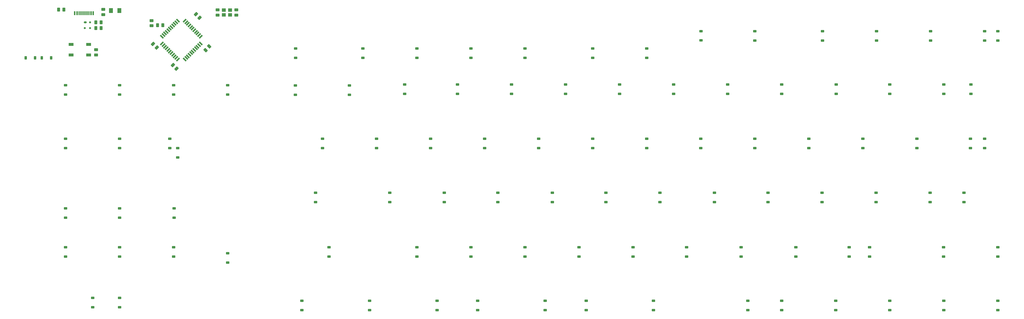
<source format=gbr>
%TF.GenerationSoftware,KiCad,Pcbnew,8.0.0*%
%TF.CreationDate,2024-12-21T07:53:57-08:00*%
%TF.ProjectId,Hampter3.1,48616d70-7465-4723-932e-312e6b696361,rev?*%
%TF.SameCoordinates,Original*%
%TF.FileFunction,Paste,Bot*%
%TF.FilePolarity,Positive*%
%FSLAX46Y46*%
G04 Gerber Fmt 4.6, Leading zero omitted, Abs format (unit mm)*
G04 Created by KiCad (PCBNEW 8.0.0) date 2024-12-21 07:53:57*
%MOMM*%
%LPD*%
G01*
G04 APERTURE LIST*
G04 Aperture macros list*
%AMRoundRect*
0 Rectangle with rounded corners*
0 $1 Rounding radius*
0 $2 $3 $4 $5 $6 $7 $8 $9 X,Y pos of 4 corners*
0 Add a 4 corners polygon primitive as box body*
4,1,4,$2,$3,$4,$5,$6,$7,$8,$9,$2,$3,0*
0 Add four circle primitives for the rounded corners*
1,1,$1+$1,$2,$3*
1,1,$1+$1,$4,$5*
1,1,$1+$1,$6,$7*
1,1,$1+$1,$8,$9*
0 Add four rect primitives between the rounded corners*
20,1,$1+$1,$2,$3,$4,$5,0*
20,1,$1+$1,$4,$5,$6,$7,0*
20,1,$1+$1,$6,$7,$8,$9,0*
20,1,$1+$1,$8,$9,$2,$3,0*%
%AMRotRect*
0 Rectangle, with rotation*
0 The origin of the aperture is its center*
0 $1 length*
0 $2 width*
0 $3 Rotation angle, in degrees counterclockwise*
0 Add horizontal line*
21,1,$1,$2,0,0,$3*%
G04 Aperture macros list end*
%ADD10RoundRect,0.225000X0.375000X-0.225000X0.375000X0.225000X-0.375000X0.225000X-0.375000X-0.225000X0*%
%ADD11RoundRect,0.225000X-0.225000X-0.375000X0.225000X-0.375000X0.225000X0.375000X-0.225000X0.375000X0*%
%ADD12RoundRect,0.250000X-0.262500X-0.450000X0.262500X-0.450000X0.262500X0.450000X-0.262500X0.450000X0*%
%ADD13RoundRect,0.250000X-0.503814X-0.132583X-0.132583X-0.503814X0.503814X0.132583X0.132583X0.503814X0*%
%ADD14RoundRect,0.250000X0.262500X0.450000X-0.262500X0.450000X-0.262500X-0.450000X0.262500X-0.450000X0*%
%ADD15RoundRect,0.225000X0.225000X0.375000X-0.225000X0.375000X-0.225000X-0.375000X0.225000X-0.375000X0*%
%ADD16RoundRect,0.250000X-0.450000X0.262500X-0.450000X-0.262500X0.450000X-0.262500X0.450000X0.262500X0*%
%ADD17RotRect,1.500000X0.550000X315.000000*%
%ADD18RotRect,1.500000X0.550000X225.000000*%
%ADD19R,0.600000X1.450000*%
%ADD20R,0.300000X1.450000*%
%ADD21RoundRect,0.225000X-0.375000X0.225000X-0.375000X-0.225000X0.375000X-0.225000X0.375000X0.225000X0*%
%ADD22RoundRect,0.250000X0.132583X-0.503814X0.503814X-0.132583X-0.132583X0.503814X-0.503814X0.132583X0*%
%ADD23R,1.400000X1.200000*%
%ADD24RoundRect,0.175000X-0.325000X0.175000X-0.325000X-0.175000X0.325000X-0.175000X0.325000X0.175000X0*%
%ADD25RoundRect,0.150000X-0.150000X0.200000X-0.150000X-0.200000X0.150000X-0.200000X0.150000X0.200000X0*%
%ADD26RoundRect,0.250001X-0.462499X-0.624999X0.462499X-0.624999X0.462499X0.624999X-0.462499X0.624999X0*%
%ADD27R,1.800000X1.100000*%
%ADD28RoundRect,0.250000X0.450000X-0.262500X0.450000X0.262500X-0.450000X0.262500X-0.450000X-0.262500X0*%
G04 APERTURE END LIST*
D10*
%TO.C,D33*%
X306070000Y-225932000D03*
X306070000Y-222632000D03*
%TD*%
%TO.C,D4*%
X272669000Y-187706000D03*
X272669000Y-184406000D03*
%TD*%
D11*
%TO.C,D103*%
X126112000Y-175006000D03*
X129412000Y-175006000D03*
%TD*%
D10*
%TO.C,D8*%
X348869000Y-187705000D03*
X348869000Y-184405000D03*
%TD*%
%TO.C,D6*%
X310769000Y-187705000D03*
X310769000Y-184405000D03*
%TD*%
%TO.C,D65*%
X463169000Y-264032000D03*
X463169000Y-260732000D03*
%TD*%
%TO.C,D55*%
X217805000Y-264032000D03*
X217805000Y-260732000D03*
%TD*%
%TO.C,D32*%
X286893000Y-225932000D03*
X286893000Y-222632000D03*
%TD*%
%TO.C,D60*%
X375031000Y-264032000D03*
X375031000Y-260732000D03*
%TD*%
%TO.C,D46*%
X315468000Y-245109000D03*
X315468000Y-241809000D03*
%TD*%
%TO.C,D49*%
X372618000Y-245109000D03*
X372618000Y-241809000D03*
%TD*%
%TO.C,D24*%
X415544000Y-206882000D03*
X415544000Y-203582000D03*
%TD*%
D12*
%TO.C,R4*%
X145135600Y-162509200D03*
X146960600Y-162509200D03*
%TD*%
D10*
%TO.C,D58*%
X279781000Y-264032000D03*
X279781000Y-260732000D03*
%TD*%
%TO.C,D61*%
X386969000Y-264032000D03*
X386969000Y-260732000D03*
%TD*%
%TO.C,D101*%
X134493000Y-206881000D03*
X134493000Y-203581000D03*
%TD*%
%TO.C,D21*%
X358394000Y-206882000D03*
X358394000Y-203582000D03*
%TD*%
D13*
%TO.C,R10*%
X172281372Y-177545050D03*
X173571842Y-178835520D03*
%TD*%
D10*
%TO.C,D44*%
X277368000Y-245109000D03*
X277368000Y-241809000D03*
%TD*%
D14*
%TO.C,R2*%
X133856100Y-157988000D03*
X132031100Y-157988000D03*
%TD*%
D10*
%TO.C,D93*%
X339394800Y-175053800D03*
X339394800Y-171753800D03*
%TD*%
%TO.C,D56*%
X241681000Y-264032000D03*
X241681000Y-260732000D03*
%TD*%
%TO.C,D94*%
X358457209Y-168906187D03*
X358457209Y-165606187D03*
%TD*%
%TO.C,D1*%
X215528320Y-188064500D03*
X215528320Y-184764500D03*
%TD*%
D15*
%TO.C,D102*%
X123697000Y-175006000D03*
X120397000Y-175006000D03*
%TD*%
D10*
%TO.C,D112*%
X172593000Y-245109000D03*
X172593000Y-241809000D03*
%TD*%
%TO.C,D51*%
X410718000Y-245109000D03*
X410718000Y-241809000D03*
%TD*%
D16*
%TO.C,C6*%
X164795200Y-161901500D03*
X164795200Y-163726500D03*
%TD*%
D10*
%TO.C,D80*%
X153543000Y-187959000D03*
X153543000Y-184659000D03*
%TD*%
D17*
%TO.C,U3*%
X168401064Y-167580918D03*
X168966750Y-167015233D03*
X169532435Y-166449548D03*
X170098120Y-165883862D03*
X170663806Y-165318177D03*
X171229491Y-164752491D03*
X171795177Y-164186806D03*
X172360862Y-163621120D03*
X172926548Y-163055435D03*
X173492233Y-162489750D03*
X174057918Y-161924064D03*
D18*
X176462082Y-161924064D03*
X177027767Y-162489750D03*
X177593452Y-163055435D03*
X178159138Y-163621120D03*
X178724823Y-164186806D03*
X179290509Y-164752491D03*
X179856194Y-165318177D03*
X180421880Y-165883862D03*
X180987565Y-166449548D03*
X181553250Y-167015233D03*
X182118936Y-167580918D03*
D17*
X182118936Y-169985082D03*
X181553250Y-170550767D03*
X180987565Y-171116452D03*
X180421880Y-171682138D03*
X179856194Y-172247823D03*
X179290509Y-172813509D03*
X178724823Y-173379194D03*
X178159138Y-173944880D03*
X177593452Y-174510565D03*
X177027767Y-175076250D03*
X176462082Y-175641936D03*
D18*
X174057918Y-175641936D03*
X173492233Y-175076250D03*
X172926548Y-174510565D03*
X172360862Y-173944880D03*
X171795177Y-173379194D03*
X171229491Y-172813509D03*
X170663806Y-172247823D03*
X170098120Y-171682138D03*
X169532435Y-171116452D03*
X168966750Y-170550767D03*
X168401064Y-169985082D03*
%TD*%
D19*
%TO.C,J1*%
X137720000Y-159314000D03*
X138519999Y-159314000D03*
D20*
X139720000Y-159313999D03*
X140720000Y-159314000D03*
X141220000Y-159314000D03*
X142220000Y-159313999D03*
D19*
X143420001Y-159314000D03*
X144220000Y-159314000D03*
X144220000Y-159314000D03*
X143420001Y-159314000D03*
D20*
X142720000Y-159314000D03*
X141720000Y-159314000D03*
X140220000Y-159314000D03*
X139220000Y-159314000D03*
D19*
X138519999Y-159314000D03*
X137720000Y-159314000D03*
%TD*%
D10*
%TO.C,D40*%
X439293000Y-225932000D03*
X439293000Y-222632000D03*
%TD*%
D21*
%TO.C,D113*%
X191643000Y-243968000D03*
X191643000Y-247268000D03*
%TD*%
D10*
%TO.C,D9*%
X367919000Y-187705000D03*
X367919000Y-184405000D03*
%TD*%
%TO.C,D42*%
X227330000Y-245109000D03*
X227330000Y-241809000D03*
%TD*%
%TO.C,D23*%
X396494000Y-206882000D03*
X396494000Y-203582000D03*
%TD*%
D14*
%TO.C,C10*%
X168757600Y-163525200D03*
X166932600Y-163525200D03*
%TD*%
D10*
%TO.C,D41*%
X451231000Y-225932000D03*
X451231000Y-222632000D03*
%TD*%
%TO.C,D26*%
X453517000Y-206882000D03*
X453517000Y-203582000D03*
%TD*%
%TO.C,D109*%
X172720000Y-231393000D03*
X172720000Y-228093000D03*
%TD*%
%TO.C,D88*%
X258368800Y-175054800D03*
X258368800Y-171754800D03*
%TD*%
%TO.C,D87*%
X239318800Y-175054800D03*
X239318800Y-171754800D03*
%TD*%
%TO.C,D28*%
X453644000Y-187705000D03*
X453644000Y-184405000D03*
%TD*%
%TO.C,D5*%
X291719000Y-187705000D03*
X291719000Y-184405000D03*
%TD*%
%TO.C,D14*%
X225044000Y-206882000D03*
X225044000Y-203582000D03*
%TD*%
%TO.C,D50*%
X391922000Y-245108000D03*
X391922000Y-241808000D03*
%TD*%
%TO.C,D19*%
X320294000Y-206882000D03*
X320294000Y-203582000D03*
%TD*%
%TO.C,D115*%
X153543000Y-263015000D03*
X153543000Y-259715000D03*
%TD*%
%TO.C,D78*%
X134493000Y-187958000D03*
X134493000Y-184658000D03*
%TD*%
%TO.C,D25*%
X434594000Y-206882000D03*
X434594000Y-203582000D03*
%TD*%
%TO.C,D37*%
X382143000Y-225932000D03*
X382143000Y-222632000D03*
%TD*%
%TO.C,D43*%
X258318000Y-245108000D03*
X258318000Y-241808000D03*
%TD*%
D16*
%TO.C,R7*%
X145237200Y-172163100D03*
X145237200Y-173988100D03*
%TD*%
D22*
%TO.C,C4*%
X183809565Y-172298435D03*
X185100035Y-171007965D03*
%TD*%
D10*
%TO.C,D2*%
X234578320Y-188064500D03*
X234578320Y-184764500D03*
%TD*%
%TO.C,D13*%
X444119000Y-187705000D03*
X444119000Y-184405000D03*
%TD*%
%TO.C,D92*%
X320344800Y-175053800D03*
X320344800Y-171753800D03*
%TD*%
%TO.C,D89*%
X277418800Y-175054800D03*
X277418800Y-171754800D03*
%TD*%
%TO.C,D91*%
X463169000Y-168909000D03*
X463169000Y-165609000D03*
%TD*%
%TO.C,D29*%
X222631000Y-225932000D03*
X222631000Y-222632000D03*
%TD*%
%TO.C,D20*%
X339344000Y-206882000D03*
X339344000Y-203582000D03*
%TD*%
D23*
%TO.C,Y2*%
X192469500Y-159877500D03*
X190269500Y-159877500D03*
X190269500Y-158177500D03*
X192469500Y-158177500D03*
%TD*%
D13*
%TO.C,C5*%
X165318365Y-170093565D03*
X166608835Y-171384035D03*
%TD*%
%TO.C,C7*%
X180456765Y-159605265D03*
X181747235Y-160895735D03*
%TD*%
D12*
%TO.C,R1*%
X145135600Y-164541200D03*
X146960600Y-164541200D03*
%TD*%
D10*
%TO.C,D83*%
X191643000Y-187959000D03*
X191643000Y-184659000D03*
%TD*%
%TO.C,D36*%
X363220000Y-225932000D03*
X363220000Y-222632000D03*
%TD*%
%TO.C,D97*%
X420370000Y-168909000D03*
X420370000Y-165609000D03*
%TD*%
%TO.C,D62*%
X406019000Y-264032000D03*
X406019000Y-260732000D03*
%TD*%
%TO.C,D95*%
X377444000Y-168909000D03*
X377444000Y-165609000D03*
%TD*%
D24*
%TO.C,D66*%
X141439200Y-162525200D03*
D25*
X143139200Y-162525200D03*
X143139200Y-164525200D03*
X141239200Y-164525200D03*
%TD*%
D10*
%TO.C,D31*%
X267970000Y-225932000D03*
X267970000Y-222632000D03*
%TD*%
%TO.C,D22*%
X377444000Y-206882000D03*
X377444000Y-203582000D03*
%TD*%
D21*
%TO.C,D106*%
X173990000Y-206884000D03*
X173990000Y-210184000D03*
%TD*%
D10*
%TO.C,D64*%
X444119000Y-264032000D03*
X444119000Y-260732000D03*
%TD*%
%TO.C,D96*%
X401320000Y-168909000D03*
X401320000Y-165609000D03*
%TD*%
%TO.C,D45*%
X296418000Y-245109000D03*
X296418000Y-241809000D03*
%TD*%
%TO.C,D47*%
X334518000Y-245109000D03*
X334518000Y-241809000D03*
%TD*%
%TO.C,D90*%
X296468800Y-175053800D03*
X296468800Y-171753800D03*
%TD*%
%TO.C,D111*%
X153543000Y-245109000D03*
X153543000Y-241809000D03*
%TD*%
D26*
%TO.C,F1*%
X150491800Y-158394400D03*
X153466800Y-158394400D03*
%TD*%
D10*
%TO.C,D99*%
X458470000Y-168909000D03*
X458470000Y-165609000D03*
%TD*%
%TO.C,D53*%
X443992000Y-245109000D03*
X443992000Y-241809000D03*
%TD*%
%TO.C,D16*%
X263144000Y-206881000D03*
X263144000Y-203581000D03*
%TD*%
%TO.C,D86*%
X215569800Y-175054800D03*
X215569800Y-171754800D03*
%TD*%
D27*
%TO.C,SW3*%
X142621000Y-170290000D03*
X136421000Y-170290000D03*
X142621000Y-173990000D03*
X136421000Y-173990000D03*
%TD*%
D10*
%TO.C,D68*%
X318008000Y-264032000D03*
X318008000Y-260732000D03*
%TD*%
%TO.C,D35*%
X344043000Y-225932000D03*
X344043000Y-222632000D03*
%TD*%
D16*
%TO.C,R3*%
X147726400Y-157939100D03*
X147726400Y-159764100D03*
%TD*%
D10*
%TO.C,D110*%
X134493000Y-245108000D03*
X134493000Y-241808000D03*
%TD*%
D16*
%TO.C,C8*%
X194671501Y-158115000D03*
X194671501Y-159940000D03*
%TD*%
D10*
%TO.C,D7*%
X329819000Y-187706000D03*
X329819000Y-184406000D03*
%TD*%
%TO.C,D57*%
X265430000Y-264032000D03*
X265430000Y-260732000D03*
%TD*%
%TO.C,D107*%
X134493000Y-231393000D03*
X134493000Y-228093000D03*
%TD*%
%TO.C,D39*%
X420243000Y-225932000D03*
X420243000Y-222632000D03*
%TD*%
%TO.C,D108*%
X153543000Y-231393000D03*
X153543000Y-228093000D03*
%TD*%
%TO.C,D30*%
X248793000Y-225932000D03*
X248793000Y-222632000D03*
%TD*%
%TO.C,D63*%
X425069000Y-264032000D03*
X425069000Y-260732000D03*
%TD*%
%TO.C,D98*%
X439420000Y-168909000D03*
X439420000Y-165609000D03*
%TD*%
%TO.C,D38*%
X401193000Y-225932000D03*
X401193000Y-222632000D03*
%TD*%
%TO.C,D17*%
X282194000Y-206882000D03*
X282194000Y-203582000D03*
%TD*%
D28*
%TO.C,C9*%
X188044001Y-159940000D03*
X188044001Y-158115000D03*
%TD*%
D10*
%TO.C,D67*%
X303530000Y-264032000D03*
X303530000Y-260732000D03*
%TD*%
%TO.C,D48*%
X353441000Y-245109000D03*
X353441000Y-241809000D03*
%TD*%
%TO.C,D59*%
X341757000Y-264032000D03*
X341757000Y-260732000D03*
%TD*%
%TO.C,D54*%
X463169000Y-245109000D03*
X463169000Y-241809000D03*
%TD*%
%TO.C,D10*%
X386969000Y-187705000D03*
X386969000Y-184405000D03*
%TD*%
%TO.C,D3*%
X254000000Y-187706000D03*
X254000000Y-184406000D03*
%TD*%
%TO.C,D18*%
X301244000Y-206882000D03*
X301244000Y-203582000D03*
%TD*%
%TO.C,D34*%
X324993000Y-225932000D03*
X324993000Y-222632000D03*
%TD*%
%TO.C,D104*%
X153543000Y-206882000D03*
X153543000Y-203582000D03*
%TD*%
%TO.C,D105*%
X171196000Y-206882000D03*
X171196000Y-203582000D03*
%TD*%
%TO.C,D114*%
X144034910Y-263009410D03*
X144034910Y-259709410D03*
%TD*%
%TO.C,D15*%
X244094000Y-206882000D03*
X244094000Y-203582000D03*
%TD*%
%TO.C,D52*%
X417957000Y-245109000D03*
X417957000Y-241809000D03*
%TD*%
%TO.C,D81*%
X172593000Y-187959000D03*
X172593000Y-184659000D03*
%TD*%
%TO.C,D12*%
X425069000Y-187705000D03*
X425069000Y-184405000D03*
%TD*%
%TO.C,D27*%
X458470000Y-206882000D03*
X458470000Y-203582000D03*
%TD*%
%TO.C,D11*%
X406146000Y-187705000D03*
X406146000Y-184405000D03*
%TD*%
M02*

</source>
